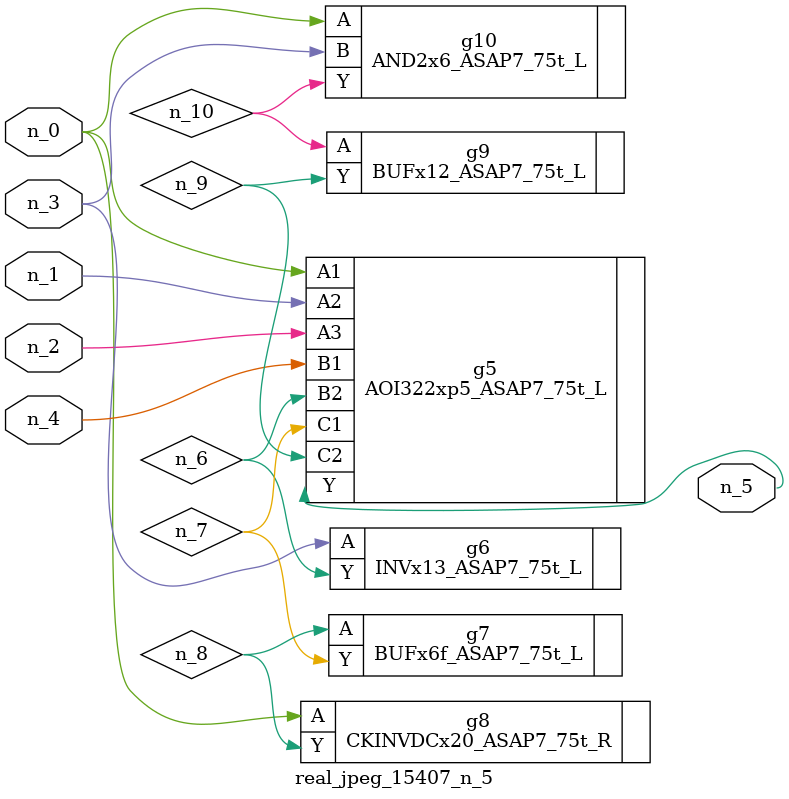
<source format=v>
module real_jpeg_15407_n_5 (n_4, n_0, n_1, n_2, n_3, n_5);

input n_4;
input n_0;
input n_1;
input n_2;
input n_3;

output n_5;

wire n_8;
wire n_6;
wire n_7;
wire n_10;
wire n_9;

AOI322xp5_ASAP7_75t_L g5 ( 
.A1(n_0),
.A2(n_1),
.A3(n_2),
.B1(n_4),
.B2(n_6),
.C1(n_7),
.C2(n_9),
.Y(n_5)
);

CKINVDCx20_ASAP7_75t_R g8 ( 
.A(n_0),
.Y(n_8)
);

AND2x6_ASAP7_75t_L g10 ( 
.A(n_0),
.B(n_3),
.Y(n_10)
);

INVx13_ASAP7_75t_L g6 ( 
.A(n_3),
.Y(n_6)
);

BUFx6f_ASAP7_75t_L g7 ( 
.A(n_8),
.Y(n_7)
);

BUFx12_ASAP7_75t_L g9 ( 
.A(n_10),
.Y(n_9)
);


endmodule
</source>
